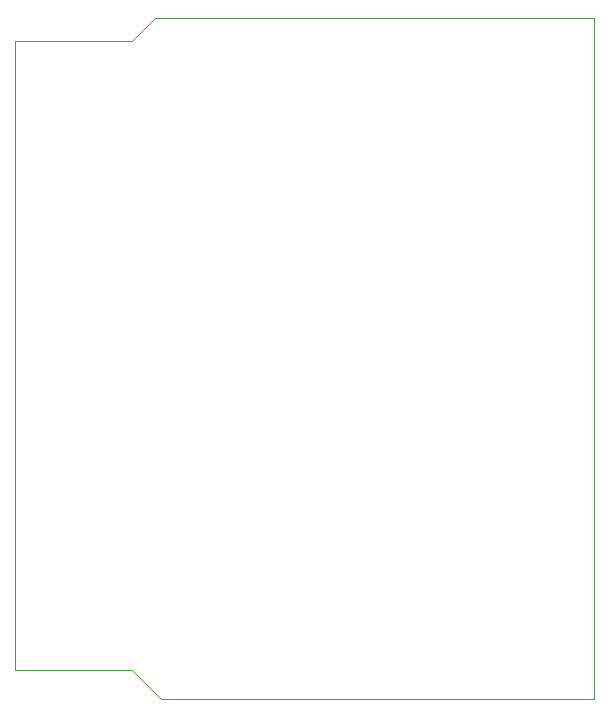
<source format=gbr>
%TF.GenerationSoftware,KiCad,Pcbnew,6.0.5-a6ca702e91~116~ubuntu21.10.1*%
%TF.CreationDate,2023-07-31T04:43:38-06:00*%
%TF.ProjectId,DB25_External,44423235-5f45-4787-9465-726e616c2e6b,rev?*%
%TF.SameCoordinates,Original*%
%TF.FileFunction,Profile,NP*%
%FSLAX46Y46*%
G04 Gerber Fmt 4.6, Leading zero omitted, Abs format (unit mm)*
G04 Created by KiCad (PCBNEW 6.0.5-a6ca702e91~116~ubuntu21.10.1) date 2023-07-31 04:43:38*
%MOMM*%
%LPD*%
G01*
G04 APERTURE LIST*
%TA.AperFunction,Profile*%
%ADD10C,0.100000*%
%TD*%
G04 APERTURE END LIST*
D10*
X100025200Y-127304800D02*
X100025200Y-74066400D01*
X149047200Y-129794000D02*
X112369600Y-129794000D01*
X100025200Y-74066400D02*
X109880400Y-74066400D01*
X109880400Y-127304800D02*
X112369600Y-129794000D01*
X149047200Y-72085200D02*
X149047200Y-129794000D01*
X100025200Y-127304800D02*
X109880400Y-127304800D01*
X109880400Y-74066400D02*
X111861600Y-72085200D01*
X111861600Y-72085200D02*
X149047200Y-72085200D01*
M02*

</source>
